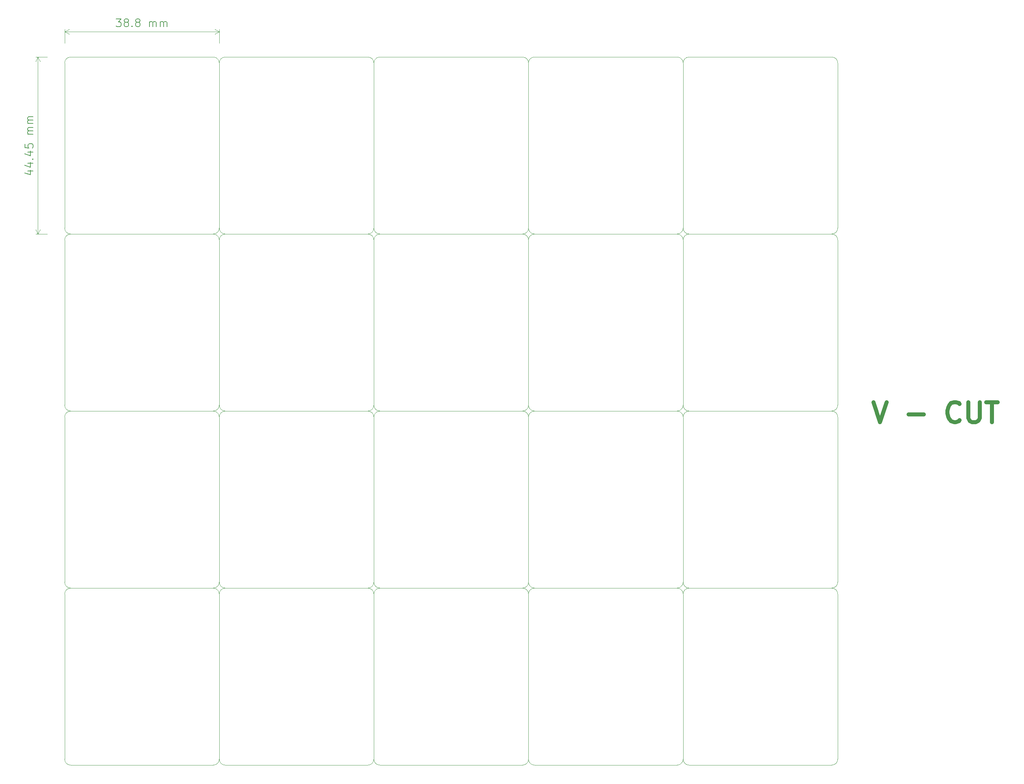
<source format=gbr>
%TF.GenerationSoftware,KiCad,Pcbnew,8.0.7*%
%TF.CreationDate,2025-01-08T09:27:09+09:00*%
%TF.ProjectId,waveShare-7inch-rs485,77617665-5368-4617-9265-2d37696e6368,rev?*%
%TF.SameCoordinates,Original*%
%TF.FileFunction,Profile,NP*%
%FSLAX46Y46*%
G04 Gerber Fmt 4.6, Leading zero omitted, Abs format (unit mm)*
G04 Created by KiCad (PCBNEW 8.0.7) date 2025-01-08 09:27:09*
%MOMM*%
%LPD*%
G01*
G04 APERTURE LIST*
%TA.AperFunction,Profile*%
%ADD10C,0.100000*%
%TD*%
%ADD11C,0.150000*%
%ADD12C,1.000000*%
G04 APERTURE END LIST*
D10*
X181960000Y-199840000D02*
X181960000Y-158390000D01*
X220760000Y-199840000D02*
X220760000Y-158390000D01*
X219260000Y-156890000D02*
G75*
G02*
X220760000Y-158390000I0J-1500000D01*
G01*
X220760000Y-199840000D02*
G75*
G02*
X219260000Y-201340000I-1500000J0D01*
G01*
X219260000Y-156890000D02*
X183460000Y-156890000D01*
X181960000Y-158390000D02*
G75*
G02*
X183460000Y-156890000I1500000J0D01*
G01*
X219260000Y-201340000D02*
X183460000Y-201340000D01*
X183460000Y-201340000D02*
G75*
G02*
X181960000Y-199840000I0J1500000D01*
G01*
X143160000Y-199840000D02*
X143160000Y-158390000D01*
X181960000Y-199840000D02*
X181960000Y-158390000D01*
X180460000Y-156890000D02*
G75*
G02*
X181960000Y-158390000I0J-1500000D01*
G01*
X181960000Y-199840000D02*
G75*
G02*
X180460000Y-201340000I-1500000J0D01*
G01*
X180460000Y-156890000D02*
X144660000Y-156890000D01*
X143160000Y-158390000D02*
G75*
G02*
X144660000Y-156890000I1500000J0D01*
G01*
X180460000Y-201340000D02*
X144660000Y-201340000D01*
X144660000Y-201340000D02*
G75*
G02*
X143160000Y-199840000I0J1500000D01*
G01*
X104360000Y-199840000D02*
X104360000Y-158390000D01*
X143160000Y-199840000D02*
X143160000Y-158390000D01*
X141660000Y-156890000D02*
G75*
G02*
X143160000Y-158390000I0J-1500000D01*
G01*
X143160000Y-199840000D02*
G75*
G02*
X141660000Y-201340000I-1500000J0D01*
G01*
X141660000Y-156890000D02*
X105860000Y-156890000D01*
X104360000Y-158390000D02*
G75*
G02*
X105860000Y-156890000I1500000J0D01*
G01*
X141660000Y-201340000D02*
X105860000Y-201340000D01*
X105860000Y-201340000D02*
G75*
G02*
X104360000Y-199840000I0J1500000D01*
G01*
X65560000Y-199840000D02*
X65560000Y-158390000D01*
X104360000Y-199840000D02*
X104360000Y-158390000D01*
X102860000Y-156890000D02*
G75*
G02*
X104360000Y-158390000I0J-1500000D01*
G01*
X104360000Y-199840000D02*
G75*
G02*
X102860000Y-201340000I-1500000J0D01*
G01*
X102860000Y-156890000D02*
X67060000Y-156890000D01*
X65560000Y-158390000D02*
G75*
G02*
X67060000Y-156890000I1500000J0D01*
G01*
X102860000Y-201340000D02*
X67060000Y-201340000D01*
X67060000Y-201340000D02*
G75*
G02*
X65560000Y-199840000I0J1500000D01*
G01*
X26760000Y-199840000D02*
X26760000Y-158390000D01*
X65560000Y-199840000D02*
X65560000Y-158390000D01*
X64060000Y-156890000D02*
G75*
G02*
X65560000Y-158390000I0J-1500000D01*
G01*
X65560000Y-199840000D02*
G75*
G02*
X64060000Y-201340000I-1500000J0D01*
G01*
X64060000Y-156890000D02*
X28260000Y-156890000D01*
X26760000Y-158390000D02*
G75*
G02*
X28260000Y-156890000I1500000J0D01*
G01*
X64060000Y-201340000D02*
X28260000Y-201340000D01*
X28260000Y-201340000D02*
G75*
G02*
X26760000Y-199840000I0J1500000D01*
G01*
X181960000Y-155390000D02*
X181960000Y-113940000D01*
X220760000Y-155390000D02*
X220760000Y-113940000D01*
X219260000Y-112440000D02*
G75*
G02*
X220760000Y-113940000I0J-1500000D01*
G01*
X220760000Y-155390000D02*
G75*
G02*
X219260000Y-156890000I-1500000J0D01*
G01*
X219260000Y-112440000D02*
X183460000Y-112440000D01*
X181960000Y-113940000D02*
G75*
G02*
X183460000Y-112440000I1500000J0D01*
G01*
X219260000Y-156890000D02*
X183460000Y-156890000D01*
X183460000Y-156890000D02*
G75*
G02*
X181960000Y-155390000I0J1500000D01*
G01*
X143160000Y-155390000D02*
X143160000Y-113940000D01*
X181960000Y-155390000D02*
X181960000Y-113940000D01*
X180460000Y-112440000D02*
G75*
G02*
X181960000Y-113940000I0J-1500000D01*
G01*
X181960000Y-155390000D02*
G75*
G02*
X180460000Y-156890000I-1500000J0D01*
G01*
X180460000Y-112440000D02*
X144660000Y-112440000D01*
X143160000Y-113940000D02*
G75*
G02*
X144660000Y-112440000I1500000J0D01*
G01*
X180460000Y-156890000D02*
X144660000Y-156890000D01*
X144660000Y-156890000D02*
G75*
G02*
X143160000Y-155390000I0J1500000D01*
G01*
X104360000Y-155390000D02*
X104360000Y-113940000D01*
X143160000Y-155390000D02*
X143160000Y-113940000D01*
X141660000Y-112440000D02*
G75*
G02*
X143160000Y-113940000I0J-1500000D01*
G01*
X143160000Y-155390000D02*
G75*
G02*
X141660000Y-156890000I-1500000J0D01*
G01*
X141660000Y-112440000D02*
X105860000Y-112440000D01*
X104360000Y-113940000D02*
G75*
G02*
X105860000Y-112440000I1500000J0D01*
G01*
X141660000Y-156890000D02*
X105860000Y-156890000D01*
X105860000Y-156890000D02*
G75*
G02*
X104360000Y-155390000I0J1500000D01*
G01*
X65560000Y-155390000D02*
X65560000Y-113940000D01*
X104360000Y-155390000D02*
X104360000Y-113940000D01*
X102860000Y-112440000D02*
G75*
G02*
X104360000Y-113940000I0J-1500000D01*
G01*
X104360000Y-155390000D02*
G75*
G02*
X102860000Y-156890000I-1500000J0D01*
G01*
X102860000Y-112440000D02*
X67060000Y-112440000D01*
X65560000Y-113940000D02*
G75*
G02*
X67060000Y-112440000I1500000J0D01*
G01*
X102860000Y-156890000D02*
X67060000Y-156890000D01*
X67060000Y-156890000D02*
G75*
G02*
X65560000Y-155390000I0J1500000D01*
G01*
X26760000Y-155390000D02*
X26760000Y-113940000D01*
X65560000Y-155390000D02*
X65560000Y-113940000D01*
X64060000Y-112440000D02*
G75*
G02*
X65560000Y-113940000I0J-1500000D01*
G01*
X65560000Y-155390000D02*
G75*
G02*
X64060000Y-156890000I-1500000J0D01*
G01*
X64060000Y-112440000D02*
X28260000Y-112440000D01*
X26760000Y-113940000D02*
G75*
G02*
X28260000Y-112440000I1500000J0D01*
G01*
X64060000Y-156890000D02*
X28260000Y-156890000D01*
X28260000Y-156890000D02*
G75*
G02*
X26760000Y-155390000I0J1500000D01*
G01*
X181960000Y-110940000D02*
X181960000Y-69490000D01*
X220760000Y-110940000D02*
X220760000Y-69490000D01*
X219260000Y-67990000D02*
G75*
G02*
X220760000Y-69490000I0J-1500000D01*
G01*
X220760000Y-110940000D02*
G75*
G02*
X219260000Y-112440000I-1500000J0D01*
G01*
X219260000Y-67990000D02*
X183460000Y-67990000D01*
X181960000Y-69490000D02*
G75*
G02*
X183460000Y-67990000I1500000J0D01*
G01*
X219260000Y-112440000D02*
X183460000Y-112440000D01*
X183460000Y-112440000D02*
G75*
G02*
X181960000Y-110940000I0J1500000D01*
G01*
X143160000Y-110940000D02*
X143160000Y-69490000D01*
X181960000Y-110940000D02*
X181960000Y-69490000D01*
X180460000Y-67990000D02*
G75*
G02*
X181960000Y-69490000I0J-1500000D01*
G01*
X181960000Y-110940000D02*
G75*
G02*
X180460000Y-112440000I-1500000J0D01*
G01*
X180460000Y-67990000D02*
X144660000Y-67990000D01*
X143160000Y-69490000D02*
G75*
G02*
X144660000Y-67990000I1500000J0D01*
G01*
X180460000Y-112440000D02*
X144660000Y-112440000D01*
X144660000Y-112440000D02*
G75*
G02*
X143160000Y-110940000I0J1500000D01*
G01*
X104360000Y-110940000D02*
X104360000Y-69490000D01*
X143160000Y-110940000D02*
X143160000Y-69490000D01*
X141660000Y-67990000D02*
G75*
G02*
X143160000Y-69490000I0J-1500000D01*
G01*
X143160000Y-110940000D02*
G75*
G02*
X141660000Y-112440000I-1500000J0D01*
G01*
X141660000Y-67990000D02*
X105860000Y-67990000D01*
X104360000Y-69490000D02*
G75*
G02*
X105860000Y-67990000I1500000J0D01*
G01*
X141660000Y-112440000D02*
X105860000Y-112440000D01*
X105860000Y-112440000D02*
G75*
G02*
X104360000Y-110940000I0J1500000D01*
G01*
X65560000Y-110940000D02*
X65560000Y-69490000D01*
X104360000Y-110940000D02*
X104360000Y-69490000D01*
X102860000Y-67990000D02*
G75*
G02*
X104360000Y-69490000I0J-1500000D01*
G01*
X104360000Y-110940000D02*
G75*
G02*
X102860000Y-112440000I-1500000J0D01*
G01*
X102860000Y-67990000D02*
X67060000Y-67990000D01*
X65560000Y-69490000D02*
G75*
G02*
X67060000Y-67990000I1500000J0D01*
G01*
X102860000Y-112440000D02*
X67060000Y-112440000D01*
X67060000Y-112440000D02*
G75*
G02*
X65560000Y-110940000I0J1500000D01*
G01*
X26760000Y-110940000D02*
X26760000Y-69490000D01*
X65560000Y-110940000D02*
X65560000Y-69490000D01*
X64060000Y-67990000D02*
G75*
G02*
X65560000Y-69490000I0J-1500000D01*
G01*
X65560000Y-110940000D02*
G75*
G02*
X64060000Y-112440000I-1500000J0D01*
G01*
X64060000Y-67990000D02*
X28260000Y-67990000D01*
X26760000Y-69490000D02*
G75*
G02*
X28260000Y-67990000I1500000J0D01*
G01*
X64060000Y-112440000D02*
X28260000Y-112440000D01*
X28260000Y-112440000D02*
G75*
G02*
X26760000Y-110940000I0J1500000D01*
G01*
X181960000Y-66490000D02*
X181960000Y-25040000D01*
X220760000Y-66490000D02*
X220760000Y-25040000D01*
X219260000Y-23540000D02*
G75*
G02*
X220760000Y-25040000I0J-1500000D01*
G01*
X220760000Y-66490000D02*
G75*
G02*
X219260000Y-67990000I-1500000J0D01*
G01*
X219260000Y-23540000D02*
X183460000Y-23540000D01*
X181960000Y-25040000D02*
G75*
G02*
X183460000Y-23540000I1500000J0D01*
G01*
X219260000Y-67990000D02*
X183460000Y-67990000D01*
X183460000Y-67990000D02*
G75*
G02*
X181960000Y-66490000I0J1500000D01*
G01*
X143160000Y-66490000D02*
X143160000Y-25040000D01*
X181960000Y-66490000D02*
X181960000Y-25040000D01*
X180460000Y-23540000D02*
G75*
G02*
X181960000Y-25040000I0J-1500000D01*
G01*
X181960000Y-66490000D02*
G75*
G02*
X180460000Y-67990000I-1500000J0D01*
G01*
X180460000Y-23540000D02*
X144660000Y-23540000D01*
X143160000Y-25040000D02*
G75*
G02*
X144660000Y-23540000I1500000J0D01*
G01*
X180460000Y-67990000D02*
X144660000Y-67990000D01*
X144660000Y-67990000D02*
G75*
G02*
X143160000Y-66490000I0J1500000D01*
G01*
X104360000Y-66490000D02*
X104360000Y-25040000D01*
X143160000Y-66490000D02*
X143160000Y-25040000D01*
X141660000Y-23540000D02*
G75*
G02*
X143160000Y-25040000I0J-1500000D01*
G01*
X143160000Y-66490000D02*
G75*
G02*
X141660000Y-67990000I-1500000J0D01*
G01*
X141660000Y-23540000D02*
X105860000Y-23540000D01*
X104360000Y-25040000D02*
G75*
G02*
X105860000Y-23540000I1500000J0D01*
G01*
X141660000Y-67990000D02*
X105860000Y-67990000D01*
X105860000Y-67990000D02*
G75*
G02*
X104360000Y-66490000I0J1500000D01*
G01*
X65560000Y-66490000D02*
X65560000Y-25040000D01*
X104360000Y-66490000D02*
X104360000Y-25040000D01*
X102860000Y-23540000D02*
G75*
G02*
X104360000Y-25040000I0J-1500000D01*
G01*
X104360000Y-66490000D02*
G75*
G02*
X102860000Y-67990000I-1500000J0D01*
G01*
X102860000Y-23540000D02*
X67060000Y-23540000D01*
X65560000Y-25040000D02*
G75*
G02*
X67060000Y-23540000I1500000J0D01*
G01*
X102860000Y-67990000D02*
X67060000Y-67990000D01*
X67060000Y-67990000D02*
G75*
G02*
X65560000Y-66490000I0J1500000D01*
G01*
D11*
X39683809Y-13957438D02*
X40921904Y-13957438D01*
X40921904Y-13957438D02*
X40255237Y-14719342D01*
X40255237Y-14719342D02*
X40540952Y-14719342D01*
X40540952Y-14719342D02*
X40731428Y-14814580D01*
X40731428Y-14814580D02*
X40826666Y-14909819D01*
X40826666Y-14909819D02*
X40921904Y-15100295D01*
X40921904Y-15100295D02*
X40921904Y-15576485D01*
X40921904Y-15576485D02*
X40826666Y-15766961D01*
X40826666Y-15766961D02*
X40731428Y-15862200D01*
X40731428Y-15862200D02*
X40540952Y-15957438D01*
X40540952Y-15957438D02*
X39969523Y-15957438D01*
X39969523Y-15957438D02*
X39779047Y-15862200D01*
X39779047Y-15862200D02*
X39683809Y-15766961D01*
X42064761Y-14814580D02*
X41874285Y-14719342D01*
X41874285Y-14719342D02*
X41779047Y-14624104D01*
X41779047Y-14624104D02*
X41683809Y-14433628D01*
X41683809Y-14433628D02*
X41683809Y-14338390D01*
X41683809Y-14338390D02*
X41779047Y-14147914D01*
X41779047Y-14147914D02*
X41874285Y-14052676D01*
X41874285Y-14052676D02*
X42064761Y-13957438D01*
X42064761Y-13957438D02*
X42445714Y-13957438D01*
X42445714Y-13957438D02*
X42636190Y-14052676D01*
X42636190Y-14052676D02*
X42731428Y-14147914D01*
X42731428Y-14147914D02*
X42826666Y-14338390D01*
X42826666Y-14338390D02*
X42826666Y-14433628D01*
X42826666Y-14433628D02*
X42731428Y-14624104D01*
X42731428Y-14624104D02*
X42636190Y-14719342D01*
X42636190Y-14719342D02*
X42445714Y-14814580D01*
X42445714Y-14814580D02*
X42064761Y-14814580D01*
X42064761Y-14814580D02*
X41874285Y-14909819D01*
X41874285Y-14909819D02*
X41779047Y-15005057D01*
X41779047Y-15005057D02*
X41683809Y-15195533D01*
X41683809Y-15195533D02*
X41683809Y-15576485D01*
X41683809Y-15576485D02*
X41779047Y-15766961D01*
X41779047Y-15766961D02*
X41874285Y-15862200D01*
X41874285Y-15862200D02*
X42064761Y-15957438D01*
X42064761Y-15957438D02*
X42445714Y-15957438D01*
X42445714Y-15957438D02*
X42636190Y-15862200D01*
X42636190Y-15862200D02*
X42731428Y-15766961D01*
X42731428Y-15766961D02*
X42826666Y-15576485D01*
X42826666Y-15576485D02*
X42826666Y-15195533D01*
X42826666Y-15195533D02*
X42731428Y-15005057D01*
X42731428Y-15005057D02*
X42636190Y-14909819D01*
X42636190Y-14909819D02*
X42445714Y-14814580D01*
X43683809Y-15766961D02*
X43779047Y-15862200D01*
X43779047Y-15862200D02*
X43683809Y-15957438D01*
X43683809Y-15957438D02*
X43588571Y-15862200D01*
X43588571Y-15862200D02*
X43683809Y-15766961D01*
X43683809Y-15766961D02*
X43683809Y-15957438D01*
X44921904Y-14814580D02*
X44731428Y-14719342D01*
X44731428Y-14719342D02*
X44636190Y-14624104D01*
X44636190Y-14624104D02*
X44540952Y-14433628D01*
X44540952Y-14433628D02*
X44540952Y-14338390D01*
X44540952Y-14338390D02*
X44636190Y-14147914D01*
X44636190Y-14147914D02*
X44731428Y-14052676D01*
X44731428Y-14052676D02*
X44921904Y-13957438D01*
X44921904Y-13957438D02*
X45302857Y-13957438D01*
X45302857Y-13957438D02*
X45493333Y-14052676D01*
X45493333Y-14052676D02*
X45588571Y-14147914D01*
X45588571Y-14147914D02*
X45683809Y-14338390D01*
X45683809Y-14338390D02*
X45683809Y-14433628D01*
X45683809Y-14433628D02*
X45588571Y-14624104D01*
X45588571Y-14624104D02*
X45493333Y-14719342D01*
X45493333Y-14719342D02*
X45302857Y-14814580D01*
X45302857Y-14814580D02*
X44921904Y-14814580D01*
X44921904Y-14814580D02*
X44731428Y-14909819D01*
X44731428Y-14909819D02*
X44636190Y-15005057D01*
X44636190Y-15005057D02*
X44540952Y-15195533D01*
X44540952Y-15195533D02*
X44540952Y-15576485D01*
X44540952Y-15576485D02*
X44636190Y-15766961D01*
X44636190Y-15766961D02*
X44731428Y-15862200D01*
X44731428Y-15862200D02*
X44921904Y-15957438D01*
X44921904Y-15957438D02*
X45302857Y-15957438D01*
X45302857Y-15957438D02*
X45493333Y-15862200D01*
X45493333Y-15862200D02*
X45588571Y-15766961D01*
X45588571Y-15766961D02*
X45683809Y-15576485D01*
X45683809Y-15576485D02*
X45683809Y-15195533D01*
X45683809Y-15195533D02*
X45588571Y-15005057D01*
X45588571Y-15005057D02*
X45493333Y-14909819D01*
X45493333Y-14909819D02*
X45302857Y-14814580D01*
X48064762Y-15957438D02*
X48064762Y-14624104D01*
X48064762Y-14814580D02*
X48160000Y-14719342D01*
X48160000Y-14719342D02*
X48350476Y-14624104D01*
X48350476Y-14624104D02*
X48636191Y-14624104D01*
X48636191Y-14624104D02*
X48826667Y-14719342D01*
X48826667Y-14719342D02*
X48921905Y-14909819D01*
X48921905Y-14909819D02*
X48921905Y-15957438D01*
X48921905Y-14909819D02*
X49017143Y-14719342D01*
X49017143Y-14719342D02*
X49207619Y-14624104D01*
X49207619Y-14624104D02*
X49493333Y-14624104D01*
X49493333Y-14624104D02*
X49683810Y-14719342D01*
X49683810Y-14719342D02*
X49779048Y-14909819D01*
X49779048Y-14909819D02*
X49779048Y-15957438D01*
X50731429Y-15957438D02*
X50731429Y-14624104D01*
X50731429Y-14814580D02*
X50826667Y-14719342D01*
X50826667Y-14719342D02*
X51017143Y-14624104D01*
X51017143Y-14624104D02*
X51302858Y-14624104D01*
X51302858Y-14624104D02*
X51493334Y-14719342D01*
X51493334Y-14719342D02*
X51588572Y-14909819D01*
X51588572Y-14909819D02*
X51588572Y-15957438D01*
X51588572Y-14909819D02*
X51683810Y-14719342D01*
X51683810Y-14719342D02*
X51874286Y-14624104D01*
X51874286Y-14624104D02*
X52160000Y-14624104D01*
X52160000Y-14624104D02*
X52350477Y-14719342D01*
X52350477Y-14719342D02*
X52445715Y-14909819D01*
X52445715Y-14909819D02*
X52445715Y-15957438D01*
D10*
X26760000Y-20080000D02*
X26760000Y-16603580D01*
X65560000Y-20080000D02*
X65560000Y-16603580D01*
X26760000Y-17190000D02*
X65560000Y-17190000D01*
X26760000Y-17190000D02*
X65560000Y-17190000D01*
X26760000Y-17190000D02*
X27886504Y-16603579D01*
X26760000Y-17190000D02*
X27886504Y-17776421D01*
X65560000Y-17190000D02*
X64433496Y-17776421D01*
X65560000Y-17190000D02*
X64433496Y-16603579D01*
X28260000Y-67990000D02*
G75*
G02*
X26760000Y-66490000I0J1500000D01*
G01*
X26760000Y-66490000D02*
X26760000Y-25040000D01*
X64060000Y-23540000D02*
G75*
G02*
X65560000Y-25040000I0J-1500000D01*
G01*
X64060000Y-67990000D02*
X28260000Y-67990000D01*
X65560000Y-66490000D02*
X65560000Y-25040000D01*
X26760000Y-25040000D02*
G75*
G02*
X28260000Y-23540000I1500000J0D01*
G01*
X64060000Y-23540000D02*
X28260000Y-23540000D01*
X65560000Y-66490000D02*
G75*
G02*
X64060000Y-67990000I-1500000J0D01*
G01*
D12*
X229704084Y-110206095D02*
X231370751Y-115206095D01*
X231370751Y-115206095D02*
X233037417Y-110206095D01*
X238513608Y-113301333D02*
X242323132Y-113301333D01*
X251370751Y-114729904D02*
X251132655Y-114968000D01*
X251132655Y-114968000D02*
X250418370Y-115206095D01*
X250418370Y-115206095D02*
X249942179Y-115206095D01*
X249942179Y-115206095D02*
X249227893Y-114968000D01*
X249227893Y-114968000D02*
X248751703Y-114491809D01*
X248751703Y-114491809D02*
X248513608Y-114015619D01*
X248513608Y-114015619D02*
X248275512Y-113063238D01*
X248275512Y-113063238D02*
X248275512Y-112348952D01*
X248275512Y-112348952D02*
X248513608Y-111396571D01*
X248513608Y-111396571D02*
X248751703Y-110920380D01*
X248751703Y-110920380D02*
X249227893Y-110444190D01*
X249227893Y-110444190D02*
X249942179Y-110206095D01*
X249942179Y-110206095D02*
X250418370Y-110206095D01*
X250418370Y-110206095D02*
X251132655Y-110444190D01*
X251132655Y-110444190D02*
X251370751Y-110682285D01*
X253513608Y-110206095D02*
X253513608Y-114253714D01*
X253513608Y-114253714D02*
X253751703Y-114729904D01*
X253751703Y-114729904D02*
X253989798Y-114968000D01*
X253989798Y-114968000D02*
X254465989Y-115206095D01*
X254465989Y-115206095D02*
X255418370Y-115206095D01*
X255418370Y-115206095D02*
X255894560Y-114968000D01*
X255894560Y-114968000D02*
X256132655Y-114729904D01*
X256132655Y-114729904D02*
X256370751Y-114253714D01*
X256370751Y-114253714D02*
X256370751Y-110206095D01*
X258037417Y-110206095D02*
X260894560Y-110206095D01*
X259465988Y-115206095D02*
X259465988Y-110206095D01*
D11*
X17494104Y-52145952D02*
X18827438Y-52145952D01*
X16732200Y-52622143D02*
X18160771Y-53098333D01*
X18160771Y-53098333D02*
X18160771Y-51860238D01*
X17494104Y-50241190D02*
X18827438Y-50241190D01*
X16732200Y-50717381D02*
X18160771Y-51193571D01*
X18160771Y-51193571D02*
X18160771Y-49955476D01*
X18636961Y-49193571D02*
X18732200Y-49098333D01*
X18732200Y-49098333D02*
X18827438Y-49193571D01*
X18827438Y-49193571D02*
X18732200Y-49288809D01*
X18732200Y-49288809D02*
X18636961Y-49193571D01*
X18636961Y-49193571D02*
X18827438Y-49193571D01*
X17494104Y-47384047D02*
X18827438Y-47384047D01*
X16732200Y-47860238D02*
X18160771Y-48336428D01*
X18160771Y-48336428D02*
X18160771Y-47098333D01*
X16827438Y-45384047D02*
X16827438Y-46336428D01*
X16827438Y-46336428D02*
X17779819Y-46431666D01*
X17779819Y-46431666D02*
X17684580Y-46336428D01*
X17684580Y-46336428D02*
X17589342Y-46145952D01*
X17589342Y-46145952D02*
X17589342Y-45669761D01*
X17589342Y-45669761D02*
X17684580Y-45479285D01*
X17684580Y-45479285D02*
X17779819Y-45384047D01*
X17779819Y-45384047D02*
X17970295Y-45288809D01*
X17970295Y-45288809D02*
X18446485Y-45288809D01*
X18446485Y-45288809D02*
X18636961Y-45384047D01*
X18636961Y-45384047D02*
X18732200Y-45479285D01*
X18732200Y-45479285D02*
X18827438Y-45669761D01*
X18827438Y-45669761D02*
X18827438Y-46145952D01*
X18827438Y-46145952D02*
X18732200Y-46336428D01*
X18732200Y-46336428D02*
X18636961Y-46431666D01*
X18827438Y-42907856D02*
X17494104Y-42907856D01*
X17684580Y-42907856D02*
X17589342Y-42812618D01*
X17589342Y-42812618D02*
X17494104Y-42622142D01*
X17494104Y-42622142D02*
X17494104Y-42336427D01*
X17494104Y-42336427D02*
X17589342Y-42145951D01*
X17589342Y-42145951D02*
X17779819Y-42050713D01*
X17779819Y-42050713D02*
X18827438Y-42050713D01*
X17779819Y-42050713D02*
X17589342Y-41955475D01*
X17589342Y-41955475D02*
X17494104Y-41764999D01*
X17494104Y-41764999D02*
X17494104Y-41479285D01*
X17494104Y-41479285D02*
X17589342Y-41288808D01*
X17589342Y-41288808D02*
X17779819Y-41193570D01*
X17779819Y-41193570D02*
X18827438Y-41193570D01*
X18827438Y-40241189D02*
X17494104Y-40241189D01*
X17684580Y-40241189D02*
X17589342Y-40145951D01*
X17589342Y-40145951D02*
X17494104Y-39955475D01*
X17494104Y-39955475D02*
X17494104Y-39669760D01*
X17494104Y-39669760D02*
X17589342Y-39479284D01*
X17589342Y-39479284D02*
X17779819Y-39384046D01*
X17779819Y-39384046D02*
X18827438Y-39384046D01*
X17779819Y-39384046D02*
X17589342Y-39288808D01*
X17589342Y-39288808D02*
X17494104Y-39098332D01*
X17494104Y-39098332D02*
X17494104Y-38812618D01*
X17494104Y-38812618D02*
X17589342Y-38622141D01*
X17589342Y-38622141D02*
X17779819Y-38526903D01*
X17779819Y-38526903D02*
X18827438Y-38526903D01*
D10*
X22360000Y-67990000D02*
X19473580Y-67990000D01*
X22360000Y-23540000D02*
X19473580Y-23540000D01*
X20060000Y-67990000D02*
X20060000Y-23540000D01*
X20060000Y-67990000D02*
X20060000Y-23540000D01*
X20060000Y-67990000D02*
X19473579Y-66863496D01*
X20060000Y-67990000D02*
X20646421Y-66863496D01*
X20060000Y-23540000D02*
X20646421Y-24666504D01*
X20060000Y-23540000D02*
X19473579Y-24666504D01*
M02*

</source>
